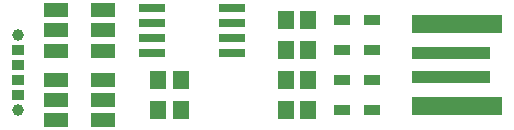
<source format=gts>
G75*
%MOIN*%
%OFA0B0*%
%FSLAX24Y24*%
%IPPOS*%
%LPD*%
%AMOC8*
5,1,8,0,0,1.08239X$1,22.5*
%
%ADD10R,0.0552X0.0631*%
%ADD11R,0.0571X0.0355*%
%ADD12R,0.0910X0.0280*%
%ADD13R,0.0827X0.0473*%
%ADD14R,0.0390X0.0360*%
%ADD15C,0.0390*%
%ADD16R,0.2993X0.0631*%
%ADD17R,0.2599X0.0434*%
D10*
X005806Y001680D03*
X006554Y001680D03*
X006554Y002680D03*
X005806Y002680D03*
X010056Y002680D03*
X010804Y002680D03*
X010804Y003680D03*
X010056Y003680D03*
X010056Y004680D03*
X010804Y004680D03*
X010804Y001680D03*
X010056Y001680D03*
D11*
X011930Y001680D03*
X012930Y001680D03*
X012930Y002680D03*
X011930Y002680D03*
X011930Y003680D03*
X012930Y003680D03*
X012930Y004680D03*
X011930Y004680D03*
D12*
X008260Y004580D03*
X008260Y005080D03*
X005610Y005080D03*
X005610Y004580D03*
X005610Y004080D03*
X005610Y003580D03*
X008260Y003580D03*
X008260Y004080D03*
D13*
X002393Y001351D03*
X003967Y001351D03*
X003967Y002020D03*
X002393Y002020D03*
X002393Y002689D03*
X003967Y002689D03*
X003967Y003661D03*
X002393Y003661D03*
X002393Y004330D03*
X003967Y004330D03*
X003967Y004999D03*
X002393Y004999D03*
D14*
X001130Y003680D03*
X001130Y003180D03*
X001130Y002680D03*
X001130Y002180D03*
D15*
X001130Y001680D03*
X001130Y004180D03*
D16*
X015759Y004558D03*
X015759Y001802D03*
D17*
X015562Y002786D03*
X015562Y003574D03*
M02*

</source>
